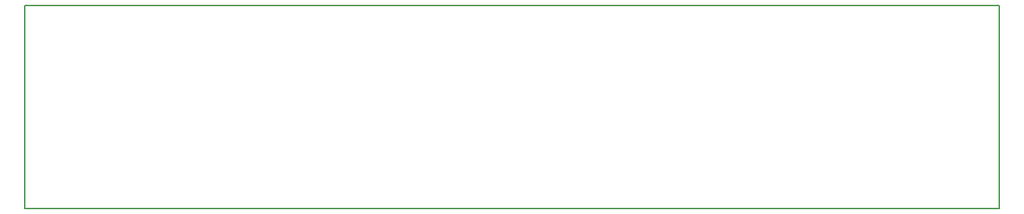
<source format=gbr>
G04 #@! TF.GenerationSoftware,KiCad,Pcbnew,(5.1.2)-2*
G04 #@! TF.CreationDate,2021-01-17T20:54:38+05:30*
G04 #@! TF.ProjectId,VendSensor,56656e64-5365-46e7-936f-722e6b696361,rev?*
G04 #@! TF.SameCoordinates,Original*
G04 #@! TF.FileFunction,Profile,NP*
%FSLAX46Y46*%
G04 Gerber Fmt 4.6, Leading zero omitted, Abs format (unit mm)*
G04 Created by KiCad (PCBNEW (5.1.2)-2) date 2021-01-17 20:54:38*
%MOMM*%
%LPD*%
G04 APERTURE LIST*
%ADD10C,0.150000*%
G04 APERTURE END LIST*
D10*
X50000000Y-35000000D02*
X50000000Y-60000000D01*
X50000000Y-60000000D02*
X170000000Y-60000000D01*
X170000000Y-35000000D02*
X170000000Y-60000000D01*
X50000000Y-35000000D02*
X170000000Y-35000000D01*
M02*

</source>
